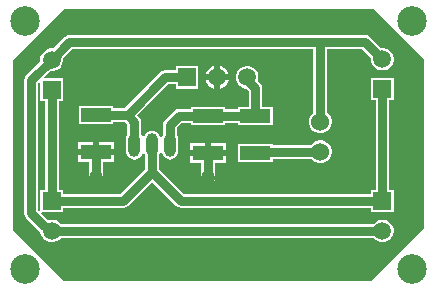
<source format=gtl>
G04*
G04 #@! TF.GenerationSoftware,Altium Limited,Altium Designer,21.0.9 (235)*
G04*
G04 Layer_Physical_Order=1*
G04 Layer_Color=255*
%FSLAX25Y25*%
%MOIN*%
G70*
G04*
G04 #@! TF.SameCoordinates,6D53B719-0023-417C-B101-D5714F10E9D5*
G04*
G04*
G04 #@! TF.FilePolarity,Positive*
G04*
G01*
G75*
%ADD13R,0.09843X0.04528*%
%ADD22C,0.02953*%
%ADD23C,0.09843*%
%ADD24O,0.03937X0.07874*%
%ADD25O,0.03937X0.07874*%
%ADD26R,0.05906X0.05906*%
%ADD27C,0.05906*%
%ADD28R,0.05906X0.05906*%
%ADD29C,0.06000*%
%ADD30C,0.05000*%
G36*
X238189Y482283D02*
X238189Y426181D01*
X220472Y408465D01*
X118110Y408465D01*
X101378Y425197D01*
Y482283D01*
X118110Y499016D01*
X221457Y499016D01*
X238189Y482283D01*
D02*
G37*
%LPC*%
G36*
X218661Y490510D02*
X120079D01*
X119191Y490333D01*
X118438Y489830D01*
X114644Y486036D01*
X113679D01*
X112725Y485780D01*
X111869Y485286D01*
X111170Y484588D01*
X110676Y483732D01*
X110421Y482778D01*
Y481813D01*
X105642Y477035D01*
X105139Y476282D01*
X104963Y475394D01*
Y431102D01*
X105139Y430214D01*
X105642Y429461D01*
X110071Y425032D01*
X110421Y424799D01*
Y424703D01*
X110676Y423748D01*
X111170Y422893D01*
X111869Y422194D01*
X112725Y421700D01*
X113679Y421444D01*
X114667D01*
X115622Y421700D01*
X116478Y422194D01*
X117159Y422876D01*
X221423D01*
X222105Y422194D01*
X222961Y421700D01*
X223915Y421444D01*
X224903D01*
X225858Y421700D01*
X226714Y422194D01*
X227412Y422893D01*
X227906Y423748D01*
X228162Y424703D01*
Y425691D01*
X227906Y426645D01*
X227412Y427501D01*
X226714Y428200D01*
X225858Y428694D01*
X224903Y428950D01*
X223915D01*
X222961Y428694D01*
X222105Y428200D01*
X221423Y427518D01*
X117159D01*
X116478Y428200D01*
X115622Y428694D01*
X114667Y428950D01*
X113679D01*
X112922Y428747D01*
X110724Y430944D01*
X110931Y431444D01*
X117926D01*
Y432876D01*
X137953D01*
X138841Y433052D01*
X139594Y433556D01*
X147638Y441600D01*
X155682Y433556D01*
X156435Y433052D01*
X157323Y432876D01*
X220657D01*
Y431444D01*
X228162D01*
Y438950D01*
X226730D01*
Y468688D01*
X228162D01*
Y476194D01*
X220657D01*
Y468688D01*
X222089D01*
Y438950D01*
X220657D01*
Y437518D01*
X158284D01*
X149959Y445843D01*
Y450249D01*
X150056Y450376D01*
X150335Y451049D01*
X150338Y451074D01*
X150843D01*
X150846Y451049D01*
X151125Y450376D01*
X151569Y449797D01*
X152147Y449353D01*
X152821Y449074D01*
X153543Y448979D01*
X154266Y449074D01*
X154939Y449353D01*
X155518Y449797D01*
X155962Y450376D01*
X156241Y451049D01*
X156336Y451772D01*
Y455709D01*
X156241Y456431D01*
X155962Y457105D01*
X155864Y457232D01*
Y459668D01*
X157457Y461262D01*
X160617D01*
Y460519D01*
X172060D01*
Y461262D01*
X176365D01*
Y460519D01*
X187808D01*
Y466646D01*
X184408D01*
Y472784D01*
X184231Y473672D01*
X183728Y474425D01*
X182880Y475272D01*
X183044Y475884D01*
Y476872D01*
X182788Y477826D01*
X182294Y478682D01*
X181596Y479381D01*
X180740Y479875D01*
X179785Y480131D01*
X178797D01*
X177843Y479875D01*
X176987Y479381D01*
X176288Y478682D01*
X175794Y477826D01*
X175539Y476872D01*
Y475884D01*
X175794Y474929D01*
X176288Y474074D01*
X176987Y473375D01*
X177843Y472881D01*
X178797Y472625D01*
X178963D01*
X179766Y471822D01*
Y466646D01*
X176365D01*
Y465904D01*
X172060D01*
Y466646D01*
X160617D01*
Y465904D01*
X156496D01*
X155608Y465727D01*
X154855Y465224D01*
X151902Y462271D01*
X151399Y461518D01*
X151222Y460630D01*
Y457232D01*
X151125Y457105D01*
X150846Y456431D01*
X150843Y456406D01*
X150338D01*
X150335Y456431D01*
X150056Y457105D01*
X149612Y457683D01*
X149034Y458127D01*
X148361Y458406D01*
X147638Y458501D01*
X146915Y458406D01*
X146242Y458127D01*
X145663Y457683D01*
X145220Y457105D01*
X144941Y456431D01*
X144937Y456406D01*
X144433D01*
X144430Y456431D01*
X144151Y457105D01*
X144053Y457232D01*
Y461614D01*
X143877Y462502D01*
X143374Y463255D01*
X142751Y463878D01*
X152930Y474057D01*
X155539D01*
Y472625D01*
X163044D01*
Y480131D01*
X155539D01*
Y478699D01*
X151969D01*
X151080Y478522D01*
X150327Y478019D01*
X138507Y466199D01*
X134658D01*
Y466942D01*
X123216D01*
Y460814D01*
X134658D01*
Y461557D01*
X138507D01*
X139411Y460653D01*
Y457232D01*
X139314Y457105D01*
X139035Y456431D01*
X138940Y455709D01*
Y451772D01*
X139035Y451049D01*
X139314Y450376D01*
X139758Y449797D01*
X140336Y449353D01*
X141010Y449074D01*
X141732Y448979D01*
X142455Y449074D01*
X143129Y449353D01*
X143707Y449797D01*
X144151Y450376D01*
X144430Y451049D01*
X144433Y451074D01*
X144937D01*
X144941Y451049D01*
X145220Y450376D01*
X145317Y450249D01*
Y445843D01*
X136991Y437518D01*
X117926D01*
Y438950D01*
X116494D01*
Y468531D01*
X117926D01*
Y476036D01*
X111862D01*
X111670Y476498D01*
X113703Y478531D01*
X114667D01*
X115622Y478787D01*
X116478Y479281D01*
X117176Y479979D01*
X117670Y480835D01*
X117926Y481789D01*
Y482754D01*
X121040Y485868D01*
X201419D01*
Y464662D01*
X201407Y464655D01*
X200699Y463947D01*
X200199Y463081D01*
X199940Y462114D01*
Y461114D01*
X200199Y460147D01*
X200699Y459281D01*
X201407Y458573D01*
X202273Y458073D01*
X203240Y457814D01*
X204240D01*
X205207Y458073D01*
X206073Y458573D01*
X206781Y459281D01*
X207281Y460147D01*
X207540Y461114D01*
Y462114D01*
X207281Y463081D01*
X206781Y463947D01*
X206073Y464655D01*
X206061Y464662D01*
Y485868D01*
X217700D01*
X220657Y482911D01*
Y481947D01*
X220912Y480992D01*
X221407Y480137D01*
X222105Y479438D01*
X222961Y478944D01*
X223915Y478688D01*
X224903D01*
X225858Y478944D01*
X226714Y479438D01*
X227412Y480137D01*
X227906Y480992D01*
X228162Y481947D01*
Y482935D01*
X227906Y483889D01*
X227412Y484745D01*
X226714Y485444D01*
X225858Y485938D01*
X224903Y486194D01*
X223939D01*
X220303Y489830D01*
X219550Y490333D01*
X218661Y490510D01*
D02*
G37*
G36*
X170291Y480202D02*
Y477378D01*
X173116D01*
X172975Y477904D01*
X172454Y478805D01*
X171718Y479541D01*
X170817Y480061D01*
X170291Y480202D01*
D02*
G37*
G36*
X168291D02*
X167766Y480061D01*
X166864Y479541D01*
X166128Y478805D01*
X165608Y477904D01*
X165467Y477378D01*
X168291D01*
Y480202D01*
D02*
G37*
G36*
X173116Y475378D02*
X170291D01*
Y472554D01*
X170817Y472695D01*
X171718Y473215D01*
X172454Y473951D01*
X172975Y474852D01*
X173116Y475378D01*
D02*
G37*
G36*
X168291D02*
X165467D01*
X165608Y474852D01*
X166128Y473951D01*
X166864Y473215D01*
X167766Y472695D01*
X168291Y472554D01*
Y475378D01*
D02*
G37*
G36*
X204240Y455375D02*
X203240D01*
X202273Y455116D01*
X201407Y454616D01*
X200699Y453908D01*
X200579Y453699D01*
X187808D01*
Y454245D01*
X176365D01*
Y448117D01*
X187808D01*
Y449057D01*
X200884D01*
X201407Y448534D01*
X202273Y448034D01*
X203240Y447775D01*
X204240D01*
X205207Y448034D01*
X206073Y448534D01*
X206781Y449242D01*
X207281Y450108D01*
X207540Y451075D01*
Y452075D01*
X207281Y453042D01*
X206781Y453908D01*
X206073Y454616D01*
X205207Y455116D01*
X204240Y455375D01*
D02*
G37*
G36*
X134858Y454740D02*
X129937D01*
Y452476D01*
X134858D01*
Y454740D01*
D02*
G37*
G36*
X127937D02*
X123016D01*
Y452476D01*
X127937D01*
Y454740D01*
D02*
G37*
G36*
X172260Y454445D02*
X167339D01*
Y452181D01*
X172260D01*
Y454445D01*
D02*
G37*
G36*
X165339D02*
X160417D01*
Y452181D01*
X165339D01*
Y454445D01*
D02*
G37*
G36*
X172260Y450181D02*
X166339D01*
X160417D01*
Y447917D01*
X164018D01*
Y442913D01*
X164194Y442025D01*
X164697Y441272D01*
X165450Y440769D01*
X166339Y440592D01*
X167227Y440769D01*
X167980Y441272D01*
X168483Y442025D01*
X168660Y442913D01*
Y447917D01*
X172260D01*
Y450181D01*
D02*
G37*
G36*
X134858Y450476D02*
X128937D01*
X123016D01*
Y448213D01*
X126616D01*
Y442913D01*
X126793Y442025D01*
X127296Y441272D01*
X128049Y440769D01*
X128937Y440592D01*
X129825Y440769D01*
X130578Y441272D01*
X131081Y442025D01*
X131258Y442913D01*
Y448213D01*
X134858D01*
Y450476D01*
D02*
G37*
%LPD*%
G36*
X110421Y474595D02*
Y468531D01*
X111852D01*
Y438950D01*
X110421D01*
Y431955D01*
X109985Y431774D01*
X109604Y432085D01*
Y474432D01*
X109959Y474786D01*
X110421Y474595D01*
D02*
G37*
D13*
X128937Y463878D02*
D03*
Y451476D02*
D03*
X166339Y463583D02*
D03*
Y451181D02*
D03*
X182087Y463583D02*
D03*
Y451181D02*
D03*
D22*
X156496Y463583D02*
X166339D01*
X153543Y460630D02*
X156496Y463583D01*
X153543Y453740D02*
Y460630D01*
X141732Y453740D02*
Y461614D01*
X139469Y463878D02*
X141732Y461614D01*
X147638Y444882D02*
Y453740D01*
X114173Y435197D02*
Y472284D01*
X107283Y475394D02*
X114173Y482283D01*
X107283Y431102D02*
Y475394D01*
X111713Y426673D02*
X111898D01*
X114173Y482283D02*
X120079Y488189D01*
X113374Y425197D02*
X224410D01*
X111898Y426673D02*
X113374Y425197D01*
X107283Y431102D02*
X111713Y426673D01*
X128937Y442913D02*
Y451476D01*
X166339Y442913D02*
Y451181D01*
X147638Y444882D02*
X157323Y435197D01*
X224410D01*
X114173D02*
X137953D01*
X147638Y444882D01*
X224410Y435197D02*
Y472441D01*
X204724Y488189D02*
X218661D01*
X120079D02*
X204724D01*
X203740Y461614D02*
Y487205D01*
X204724Y488189D01*
X218661D02*
X224410Y482441D01*
X179291Y475579D02*
Y476378D01*
X182087Y463583D02*
Y472784D01*
X179291Y475579D02*
X182087Y472784D01*
X166339Y463583D02*
X182087D01*
X151969Y476378D02*
X159291D01*
X139469Y463878D02*
X151969Y476378D01*
X182283Y451378D02*
X203543D01*
X182087Y451181D02*
X182283Y451378D01*
X203543D02*
X203740Y451575D01*
X128937Y463878D02*
X139469D01*
D23*
X105315Y412402D02*
D03*
X234252D02*
D03*
Y495079D02*
D03*
X105315D02*
D03*
D24*
X153543Y453740D02*
D03*
D25*
X147638D02*
D03*
X141732D02*
D03*
D26*
X224410Y435197D02*
D03*
X114173D02*
D03*
X224410Y472441D02*
D03*
X114173Y472284D02*
D03*
D27*
X224410Y425197D02*
D03*
X114173D02*
D03*
X169291Y476378D02*
D03*
X179291D02*
D03*
X224410Y482441D02*
D03*
X114173Y482283D02*
D03*
D28*
X159291Y476378D02*
D03*
D29*
X203740Y451575D02*
D03*
Y461614D02*
D03*
D30*
X128937Y442913D02*
D03*
X193898D02*
D03*
X127953Y417323D02*
D03*
X145669D02*
D03*
X161417D02*
D03*
X178150D02*
D03*
X194882D02*
D03*
X212598D02*
D03*
Y442913D02*
D03*
Y476378D02*
D03*
X193898D02*
D03*
X128937D02*
D03*
X166339Y442913D02*
D03*
M02*

</source>
